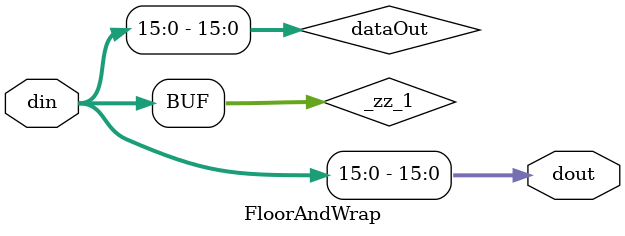
<source format=v>


module FloorAndWrap (
  input      [16:0]   din,
  output     [15:0]   dout
);
  wire       [16:0]   _zz_1;
  wire       [15:0]   dataOut;

  assign _zz_1 = din;
  assign dataOut = _zz_1[15 : 0];
  assign dout = dataOut;

endmodule

</source>
